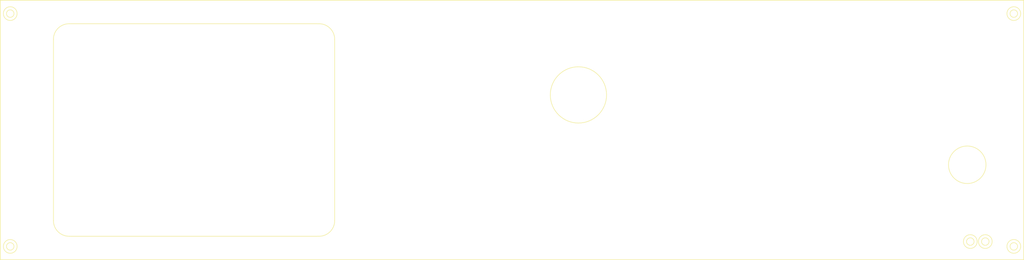
<source format=kicad_pcb>
(kicad_pcb (version 20171130) (host pcbnew 5.0.1)

  (general
    (thickness 1.6)
    (drawings 26)
    (tracks 0)
    (zones 0)
    (modules 0)
    (nets 1)
  )

  (page A3)
  (layers
    (0 F.Cu signal)
    (31 B.Cu signal)
    (32 B.Adhes user)
    (33 F.Adhes user)
    (34 B.Paste user)
    (35 F.Paste user)
    (36 B.SilkS user)
    (37 F.SilkS user)
    (38 B.Mask user)
    (39 F.Mask user)
    (40 Dwgs.User user)
    (41 Cmts.User user)
    (42 Eco1.User user)
    (43 Eco2.User user)
    (44 Edge.Cuts user)
    (45 Margin user)
    (46 B.CrtYd user)
    (47 F.CrtYd user)
    (48 B.Fab user)
    (49 F.Fab user)
  )

  (setup
    (last_trace_width 0.25)
    (trace_clearance 0.2)
    (zone_clearance 0.508)
    (zone_45_only no)
    (trace_min 0.2)
    (segment_width 0.2)
    (edge_width 0.15)
    (via_size 0.8)
    (via_drill 0.4)
    (via_min_size 0.4)
    (via_min_drill 0.3)
    (uvia_size 0.3)
    (uvia_drill 0.1)
    (uvias_allowed no)
    (uvia_min_size 0.2)
    (uvia_min_drill 0.1)
    (pcb_text_width 0.3)
    (pcb_text_size 1.5 1.5)
    (mod_edge_width 0.15)
    (mod_text_size 1 1)
    (mod_text_width 0.15)
    (pad_size 1.524 1.524)
    (pad_drill 0.762)
    (pad_to_mask_clearance 0.051)
    (solder_mask_min_width 0.25)
    (aux_axis_origin 0 0)
    (visible_elements FFFFFF7F)
    (pcbplotparams
      (layerselection 0x010fc_ffffffff)
      (usegerberextensions false)
      (usegerberattributes false)
      (usegerberadvancedattributes false)
      (creategerberjobfile false)
      (excludeedgelayer true)
      (linewidth 0.100000)
      (plotframeref false)
      (viasonmask false)
      (mode 1)
      (useauxorigin false)
      (hpglpennumber 1)
      (hpglpenspeed 20)
      (hpglpendiameter 15.000000)
      (psnegative false)
      (psa4output false)
      (plotreference true)
      (plotvalue true)
      (plotinvisibletext false)
      (padsonsilk false)
      (subtractmaskfromsilk false)
      (outputformat 1)
      (mirror false)
      (drillshape 1)
      (scaleselection 1)
      (outputdirectory ""))
  )

  (net 0 "")

  (net_class Default "This is the default net class."
    (clearance 0.2)
    (trace_width 0.25)
    (via_dia 0.8)
    (via_drill 0.4)
    (uvia_dia 0.3)
    (uvia_drill 0.1)
  )

  (gr_circle (center 41.769532 171.222) (end 41.769532 169.022) (layer F.SilkS) (width 0.2))
  (gr_circle (center 362.919532 171.222) (end 362.919532 170.022) (layer F.SilkS) (width 0.2))
  (gr_circle (center 348.017532 145.102) (end 348.017532 139.102) (layer F.SilkS) (width 0.2))
  (gr_arc (start 60.594532 162.972) (end 55.594532 162.972) (angle -90) (layer F.SilkS) (width 0.2))
  (gr_arc (start 60.594532 104.972) (end 60.594532 99.972) (angle -90) (layer F.SilkS) (width 0.2))
  (gr_circle (center 353.794532 169.672) (end 353.794532 168.472) (layer F.SilkS) (width 0.2))
  (gr_circle (center 348.996 169.672) (end 348.996 168.472) (layer F.SilkS) (width 0.2))
  (gr_circle (center 362.919532 171.222) (end 362.919532 169.022) (layer F.SilkS) (width 0.2))
  (gr_line (start 366.094532 175.472) (end 38.594532 175.472) (layer F.SilkS) (width 0.2))
  (gr_line (start 366.094532 92.472) (end 366.094532 175.472) (layer F.SilkS) (width 0.2))
  (gr_circle (center 362.919532 96.722) (end 362.919532 94.522) (layer F.SilkS) (width 0.2))
  (gr_circle (center 41.769532 96.722) (end 41.769532 95.522) (layer F.SilkS) (width 0.2))
  (gr_circle (center 41.769532 171.222) (end 41.769532 170.022) (layer F.SilkS) (width 0.2))
  (gr_circle (center 223.594532 122.742) (end 223.594532 113.742) (layer F.SilkS) (width 0.2))
  (gr_line (start 140.594532 99.972) (end 60.594532 99.972) (layer F.SilkS) (width 0.2))
  (gr_line (start 145.594532 162.972) (end 145.594532 104.972) (layer F.SilkS) (width 0.2))
  (gr_arc (start 140.594532 104.972) (end 145.594532 104.972) (angle -90) (layer F.SilkS) (width 0.2))
  (gr_arc (start 140.594532 162.972) (end 140.594532 167.972) (angle -90) (layer F.SilkS) (width 0.2))
  (gr_line (start 60.594532 167.972) (end 140.594532 167.972) (layer F.SilkS) (width 0.2))
  (gr_line (start 55.594532 104.972) (end 55.594532 162.972) (layer F.SilkS) (width 0.2))
  (gr_line (start 38.594532 92.472) (end 366.094532 92.472) (layer F.SilkS) (width 0.2))
  (gr_line (start 38.594532 175.472) (end 38.594532 92.472) (layer F.SilkS) (width 0.2))
  (gr_circle (center 362.919532 96.722) (end 362.919532 95.522) (layer F.SilkS) (width 0.2))
  (gr_circle (center 353.794532 169.672) (end 353.794532 167.472) (layer F.SilkS) (width 0.2))
  (gr_circle (center 41.769532 96.722) (end 41.769532 94.522) (layer F.SilkS) (width 0.2))
  (gr_circle (center 348.996 169.672) (end 348.996 167.472) (layer F.SilkS) (width 0.2))

)

</source>
